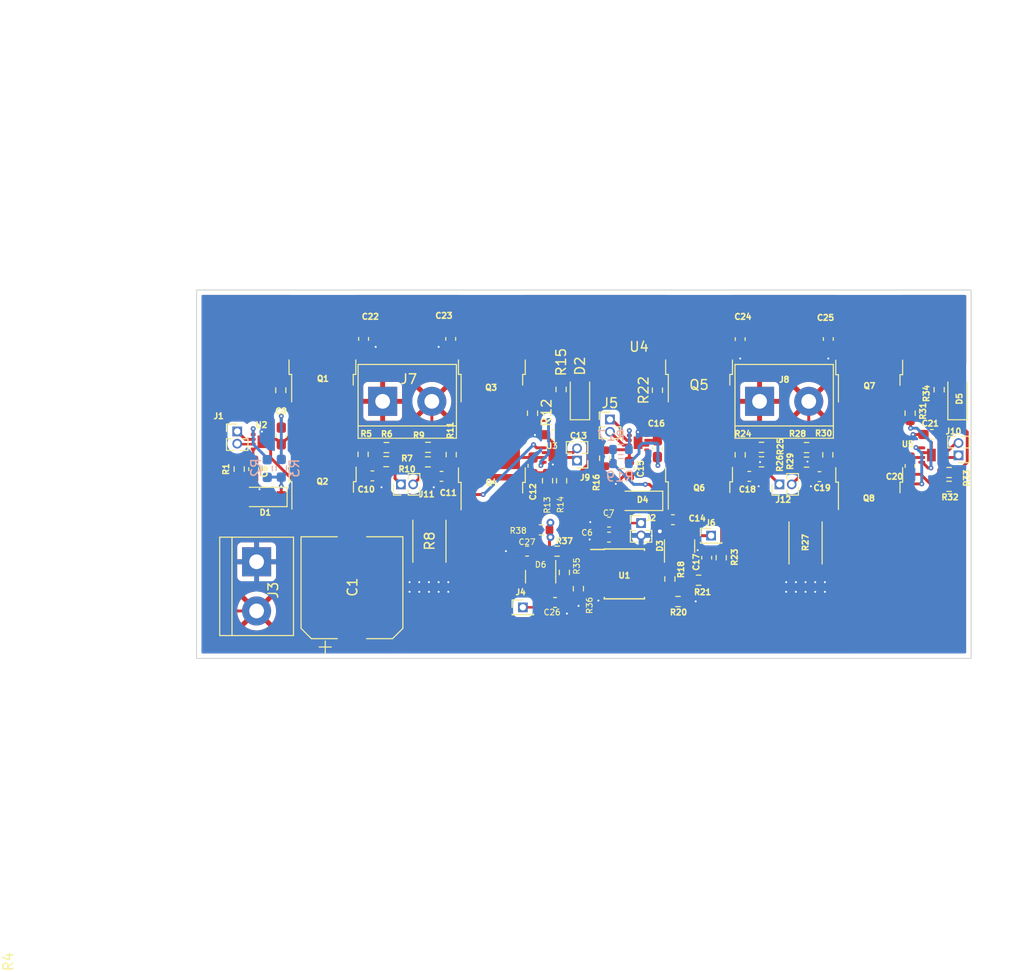
<source format=kicad_pcb>
(kicad_pcb (version 20211014) (generator pcbnew)
  (layers (0 "F.Cu" signal) (31 "B.Cu" signal) (34 "B.Paste" user) (35 "F.Paste" user) (36 "B.SilkS" user "B.Silkscreen") (37 "F.SilkS" user "F.Silkscreen") (38 "B.Mask" user) (39 "F.Mask" user) (44 "Edge.Cuts" user))
  (net 0 "")
  (net 1 "VCC")
  (net 2 "GND")
  (net 3 "+3V3")
  (net 4 "Net-(C8-Pad2)")
  (net 5 "Net-(C9-Pad1)")
  (net 6 "Net-(C10-Pad1)")
  (net 7 "Net-(C11-Pad1)")
  (net 8 "Net-(C12-Pad1)")
  (net 9 "Net-(C13-Pad2)")
  (net 10 "/Current_measurement2")
  (net 11 "Net-(C15-Pad2)")
  (net 12 "Net-(C16-Pad1)")
  (net 13 "/Channel2/TP17")
  (net 14 "Net-(C17-Pad2)")
  (net 15 "Net-(C18-Pad1)")
  (net 16 "Net-(C19-Pad1)")
  (net 17 "Net-(C20-Pad1)")
  (net 18 "/Channel2/TP27")
  (net 19 "Net-(C21-Pad2)")
  (net 20 "Net-(D1-Pad1)")
  (net 21 "Net-(D2-Pad1)")
  (net 22 "Net-(D3-Pad1)")
  (net 24 "Net-(D4-Pad1)")
  (net 25 "Net-(D5-Pad1)")
  (net 26 "/PWM11")
  (net 27 "/EN11")
  (net 28 "/PWM12")
  (net 29 "/EN12")
  (net 30 "/Current_measurement1")
  (net 31 "/BEMF11")
  (net 32 "/BEMF12")
  (net 33 "/PWM21")
  (net 34 "/EN21")
  (net 35 "/PWM22")
  (net 36 "/EN22")
  (net 37 "/BEMF21")
  (net 38 "/BEMF22")
  (net 39 "Net-(Q1-Pad1)")
  (net 40 "Net-(Q2-Pad1)")
  (net 41 "Net-(Q2-Pad3)")
  (net 42 "Net-(Q3-Pad1)")
  (net 43 "Net-(Q4-Pad1)")
  (net 44 "Net-(Q5-Pad1)")
  (net 45 "Net-(Q6-Pad1)")
  (net 46 "Net-(Q6-Pad3)")
  (net 47 "Net-(Q7-Pad1)")
  (net 48 "Net-(Q8-Pad1)")
  (net 49 "Net-(R4-Pad1)")
  (net 50 "Net-(R12-Pad1)")
  (net 51 "/Channel2/TP14")
  (net 52 "Net-(R18-Pad1)")
  (net 53 "Net-(R21-Pad2)")
  (net 54 "Net-(R22-Pad1)")
  (net 55 "Net-(R31-Pad1)")
  (net 56 "/Channel2/TP24")
  (net 57 "Net-(C9-Pad2)")
  (net 58 "Net-(C12-Pad2)")
  (net 59 "Net-(R2-Pad2)")
  (net 60 "Net-(R14-Pad2)")
  (net 61 "Net-(C27-Pad2)")
  (net 62 "Net-(D6-Pad1)")
  (net 64 "Net-(R35-Pad1)")
  (net 65 "Net-(R37-Pad2)")
  (footprint "Resistor_SMD:R_0603_1608Metric" (layer "F.Cu") (at 135.8 98.525 90)
    (fp_text reference "R14")
    (fp_text value "0")
  )
  (footprint "Diode_SMD:D_SOD-123" (layer "F.Cu") (at 105.2 100.2 180)
    (fp_text reference "D1")
    (fp_text value "MMSD4148")
  )
  (footprint "Resistor_SMD:R_0603_1608Metric" (layer "F.Cu") (at 137.5375 109.675 -90)
    (fp_text reference "R36")
    (fp_text value "4k7")
  )
  (footprint "Diode_SMD:D_SOD-123" (layer "F.Cu") (at 144 100.6 180)
    (fp_text reference "D4")
    (fp_text value "MMSD4148")
  )
  (footprint "TerminalBlock:TerminalBlock_bornier-2_P5.08mm" (layer "F.Cu") (at 104.3 106.895 -90)
    (fp_text reference "J3")
    (fp_text value "Screw_Terminal_01x02")
  )
  (footprint "Connector_PinHeader_1.27mm:PinHeader_1x02_P1.27mm_Vertical" (layer "F.Cu") (at 158.3 98.9 90)
    (fp_text reference "J12")
    (fp_text value "Conn_01x02_Male")
  )
  (footprint "Capacitor_SMD:C_0603_1608Metric_Pad1.08x0.95mm_HandSolder" (layer "F.Cu") (at 135.125 111.1 180)
    (fp_text reference "C26")
    (fp_text value "10u")
  )
  (footprint "components:DFN8_NCP3901" (layer "F.Cu") (at 173.9 95.625 180)
    (fp_text reference "U5")
    (fp_text value "NCP5901")
  )
  (footprint "Resistor_SMD:R_0603_1608Metric" (layer "F.Cu") (at 163.3 95.85 -90)
    (fp_text reference "R30")
    (fp_text value "2.2")
  )
  (footprint "components:DFN8_NCP3901" (layer "F.Cu") (at 143.8 94.85)
    (fp_text reference "U4")
    (fp_text value "NCP5901")
  )
  (footprint "Capacitor_SMD:C_0603_1608Metric_Pad1.08x0.95mm_HandSolder" (layer "F.Cu") (at 123.4 98.075 180)
    (fp_text reference "C11")
    (fp_text value "2.7nF")
  )
  (footprint "Resistor_SMD:R_0603_1608Metric" (layer "F.Cu") (at 140.25 96.2 90)
    (fp_text reference "R16")
    (fp_text value "1")
  )
  (footprint "Capacitor_SMD:C_0603_1608Metric" (layer "F.Cu") (at 142.8 97.275 90)
    (fp_text reference "C15")
    (fp_text value "1u")
  )
  (footprint "Resistor_SMD:R_0603_1608Metric" (layer "F.Cu") (at 156.45 95.075 180)
    (fp_text reference "R25")
    (fp_text value "10k")
  )
  (footprint "Resistor_SMD:R_0603_1608Metric" (layer "F.Cu") (at 115.3 95.8 -90)
    (fp_text reference "R5")
    (fp_text value "2.2")
  )
  (footprint "Resistor_SMD:R_0603_1608Metric_Pad0.98x0.95mm_HandSolder" (layer "F.Cu") (at 117.7125 95.1 180)
    (fp_text reference "R6")
    (fp_text value "10k")
  )
  (footprint "Capacitor_SMD:C_0603_1608Metric_Pad1.08x0.95mm_HandSolder" (layer "F.Cu") (at 140.7 102.8 180)
    (fp_text reference "C7")
    (fp_text value "10uF")
  )
  (footprint "Resistor_SMD:R_0603_1608Metric" (layer "F.Cu") (at 161.1 96.6 180)
    (fp_text reference "R29")
    (fp_text value "30k")
  )
  (footprint "components:DFN8_NCP3901" (layer "F.Cu") (at 104.95 94.75)
    (fp_text reference "U2")
    (fp_text value "NCP5901")
  )
  (footprint "Capacitor_SMD:C_0603_1608Metric_Pad1.08x0.95mm_HandSolder" (layer "F.Cu") (at 154.25 83.9 90)
    (fp_text reference "C24")
    (fp_text value "1uF")
  )
  (footprint "Connector_PinHeader_1.27mm:PinHeader_1x02_P1.27mm_Vertical" (layer "F.Cu") (at 144.0125 102.9)
    (fp_text reference "J2")
    (fp_text value "Conn_01x02_Male")
  )
  (footprint "Package_TO_SOT_SMD:TO-252-2" (layer "F.Cu") (at 128.6 85.075 90)
    (fp_text reference "Q3")
    (fp_text value "IRLR8726")
  )
  (footprint "Capacitor_SMD:C_0603_1608Metric_Pad1.08x0.95mm_HandSolder" (layer "F.Cu") (at 116.2625 98.025)
    (fp_text reference "C10")
    (fp_text value "2.7nF")
  )
  (footprint "Capacitor_SMD:C_0603_1608Metric_Pad1.08x0.95mm_HandSolder" (layer "F.Cu") (at 106.85 93.9 -90)
    (fp_text reference "C9")
    (fp_text value "27nF")
  )
  (footprint "Resistor_SMD:R_0603_1608Metric" (layer "F.Cu") (at 161.1 95.1)
    (fp_text reference "R28")
    (fp_text value "10k")
  )
  (footprint "Resistor_SMD:R_0603_1608Metric" (layer "F.Cu") (at 135.75 89.1 -90)
    (fp_text reference "R15")
    (fp_text value "1")
  )
  (footprint "Resistor_SMD:R_2512_6332Metric_Pad1.40x3.35mm_HandSolder" (layer "F.Cu") (at 161 104.95 -90)
    (fp_text reference "R27")
    (fp_text value "2mohm")
  )
  (footprint "Resistor_SMD:R_0603_1608Metric_Pad0.98x0.95mm_HandSolder" (layer "F.Cu") (at 117.6875 96.55)
    (fp_text reference "R7")
    (fp_text value "30k")
  )
  (footprint "Capacitor_SMD:C_0603_1608Metric" (layer "F.Cu") (at 150.7875 106.475 -90)
    (fp_text reference "C17")
    (fp_text value "100n")
  )
  (footprint "Resistor_SMD:R_0603_1608Metric" (layer "F.Cu") (at 136.0875 108 90)
    (fp_text reference "R35")
    (fp_text value "100k")
  )
  (footprint "Capacitor_SMD:C_0603_1608Metric_Pad1.08x0.95mm_HandSolder" (layer "F.Cu") (at 162.4375 98.1 180)
    (fp_text reference "C19")
    (fp_text value "2.7nF")
  )
  (footprint "Diode_SMD:D_SOD-123" (layer "F.Cu") (at 176.7 89.975 90)
    (fp_text reference "D5")
    (fp_text value "MMSD4148")
  )
  (footprint "Package_TO_SOT_SMD:TO-252-2" (layer "F.Cu") (at 150 85.075 90)
    (fp_text reference "Q5")
    (fp_text value "IRLR8726")
  )
  (footprint "Connector_PinHeader_1.27mm:PinHeader_1x02_P1.27mm_Vertical" (layer "F.Cu") (at 137.4 96.45 180)
    (fp_text reference "J9")
    (fp_text value "Conn_01x02_Male")
  )
  (footprint "Connector_PinHeader_1.27mm:PinHeader_1x02_P1.27mm_Vertical" (layer "F.Cu") (at 176.8 95.9 180)
    (fp_text reference "J10")
    (fp_text value "Conn_01x02_Male")
  )
  (footprint "Package_TO_SOT_SMD:TO-252-2" (layer "F.Cu") (at 111.1 85.075 90)
    (fp_text reference "Q1")
    (fp_text value "IRLR8726")
  )
  (footprint "Resistor_SMD:R_0603_1608Metric" (layer "F.Cu") (at 135.3375 105.8)
    (fp_text reference "R37")
    (fp_text value "10k")
  )
  (footprint "Capacitor_SMD:C_0603_1608Metric_Pad1.08x0.95mm_HandSolder" (layer "F.Cu") (at 140.7 104.35 180)
    (fp_text reference "C6")
    (fp_text value "0.1uF")
  )
  (footprint "Capacitor_SMD:C_0603_1608Metric_Pad1.08x0.95mm_HandSolder" (layer "F.Cu") (at 155.1875 98.075)
    (fp_text reference "C18")
    (fp_text value "2.7nF")
  )
  (footprint "Resistor_SMD:R_0603_1608Metric" (layer "F.Cu") (at 149.95 108.8 180)
    (fp_text reference "R21")
    (fp_text value "10k")
  )
  (footprint "Package_TO_SOT_SMD:SOT-23" (layer "F.Cu") (at 147.9875 105.275 90)
    (fp_text reference "D3")
    (fp_text value "BAS21")
  )
  (footprint "Resistor_SMD:R_0603_1608Metric" (layer "F.Cu") (at 145.7 89.175 90)
    (fp_text reference "R22")
    (fp_text value "0")
  )
  (footprint "Resistor_SMD:R_0603_1608Metric" (layer "F.Cu") (at 174.8 89.125 -90)
    (fp_text reference "R34")
    (fp_text value "1")
  )
  (footprint "Diode_SMD:D_SOD-123" (layer "F.Cu") (at 137.7 89.975 90)
    (fp_text reference "D2")
    (fp_text value "MMSD4148")
  )
  (footprint "Capacitor_SMD:C_0603_1608Metric_Pad1.08x0.95mm_HandSolder" (layer "F.Cu") (at 115.35 83.875 90)
    (fp_text reference "C22")
    (fp_text value "1uF")
  )
  (footprint "Package_SO:PowerIntegrations_SO-8" (layer "F.Cu") (at 142.2875 108.15)
    (fp_text reference "U1")
    (fp_text value "LM358")
  )
  (footprint "Capacitor_SMD:C_0603_1608Metric_Pad1.08x0.95mm_HandSolder" (layer "F.Cu") (at 171.8 97 90)
    (fp_text reference "C20")
    (fp_text value "27nF")
  )
  (footprint "Resistor_SMD:R_0603_1608Metric" (layer "F.Cu") (at 152.2875 106.475 -90)
    (fp_text reference "R23")
    (fp_text value "1k")
  )
  (footprint "Connector_PinHeader_1.27mm:PinHeader_1x02_P1.27mm_Vertical" (layer "F.Cu") (at 119.2 98.9 90)
    (fp_text reference "J11")
    (fp_text value "Conn_01x02_Male")
  )
  (footprint "Resistor_SMD:R_0603_1608Metric_Pad0.98x0.95mm_HandSolder" (layer "F.Cu") (at 102.5 97.325 90)
    (fp_text reference "R1")
    (fp_text value "1")
  )
  (footprint "Resistor_SMD:R_0603_1608Metric" (layer "F.Cu") (at 171.8 91.55 90)
    (fp_text reference "R31")
    (fp_text value "0")
  )
  (footprint "Connector_PinHeader_1.27mm:PinHeader_1x02_P1.27mm_Vertical" (layer "F.Cu") (at 140.8 92.2)
    (fp_text reference "J5")
    (fp_text value "Conn_01x02_Male")
  )
  (footprint "Connector_PinHeader_1.27mm:PinHeader_1x01_P1.27mm_Vertical" (layer "F.Cu") (at 131.8 111.6)
    (fp_text reference "J4")
    (fp_text value "Conn_01x01_Male")
  )
  (footprint "Package_TO_SOT_SMD:TO-252-2" (layer "F.Cu") (at 150 96.175 90)
    (fp_text reference "Q6")
    (fp_text value "IRLR8726")
  )
  (footprint "Resistor_SMD:R_0603_1608Metric" (layer "F.Cu") (at 175.825 97.675 180)
    (fp_text reference "R33")
    (fp_text value "0")
  )
  (footprint "Capacitor_SMD:C_0603_1608Metric_Pad1.08x0.95mm_HandSolder" (layer "F.Cu") (at 134.95 93.775)
    (fp_text reference "C13")
    (fp_text value "1u")
  )
  (footprint "Resistor_SMD:R_0603_1608Metric" (layer "F.Cu") (at 147.825 111)
    (fp_text reference "R20")
    (fp_text value "4k7")
  )
  (footprint "Package_TO_SOT_SMD:TO-252-2" (layer "F.Cu") (at 128.6 96.225 90)
    (fp_text reference "Q4")
    (fp_text value "IRLR8726")
  )
  (footprint "Capacitor_SMD:C_0603_1608Metric_Pad1.08x0.95mm_HandSolder" (layer "F.Cu") (at 132.85 96.9875 90)
    (fp_text reference "C12")
    (fp_text value "27nF")
  )
  (footprint "Capacitor_SMD:C_0603_1608Metric_Pad1.08x0.95mm_HandSolder" (layer "F.Cu") (at 132.2375 105.8)
    (fp_text reference "C27")
    (fp_text value "100n")
  )
  (footprint "Connector_PinHeader_1.27mm:PinHeader_1x01_P1.27mm_Vertical" (layer "F.Cu") (at 151.25 104.2)
    (fp_text reference "J6")
    (fp_text value "Conn_01x01_Male")
  )
  (footprint "Connector_PinHeader_1.27mm:PinHeader_1x02_P1.27mm_Vertical" (layer "F.Cu") (at 102.3 93.43)
    (fp_text reference "J1")
    (fp_text value "Conn_01x02_Male")
  )
  (footprint "Resistor_SMD:R_0603_1608Metric" (layer "F.Cu") (at 132.8 91.55 90)
    (fp_text reference "R12")
    (fp_text value "0")
  )
  (footprint "Resistor_SMD:R_0603_1608Metric_Pad0.98x0.95mm_HandSolder" (layer "F.Cu") (at 106.8 89.175 90)
    (fp_text reference "R4")
    (fp_text value "0")
  )
  (footprint "Resistor_SMD:R_0603_1608Metric" (layer "F.Cu") (at 134.35 98.525 90)
    (fp_text reference "R13")
    (fp_text value "0")
  )
  (footprint "components:DFN8_NCP3901" (layer "F.Cu") (at 134.8 95.625 180)
    (fp_text reference "U3")
    (fp_text value "NCP5901")
  )
  (footprint "TerminalBlock:TerminalBlock_bornier-2_P5.08mm" (layer "F.Cu") (at 156.25 90.325)
    (fp_text reference "J8")
    (fp_text value "Motor")
  )
  (footprint "Resistor_SMD:R_0603_1608Metric" (layer "F.Cu") (at 133.725 103.6)
    (fp_text reference "R38")
    (fp_text value "1k")
  )
  (footprint "TerminalBlock:TerminalBlock_bornier-2_P5.08mm" (layer "F.Cu") (at 117.32 90.325)
    (fp_text reference "J7")
    (fp_text value "Motor")
  )
  (footprint "Resistor_SMD:R_0603_1608Metric" (layer "F.Cu") (at 146.9875 108.675 90)
    (fp_text reference "R18")
    (fp_text value "100k")
  )
  (footprint "Capacitor_SMD:C_0603_1608Metric_Pad1.08x0.95mm_HandSolder" (layer "F.Cu") (at 145.7 95.2125 90)
    (fp_text reference "C16")
    (fp_text value "27nF")
  )
  (footprint "Package_TO_SOT_SMD:TO-252-2" (layer "F.Cu") (at 167.575 96.2 90)
    (fp_text reference "Q8")
    (fp_text value "IRLR8726")
  )
  (footprint "Resistor_SMD:R_0603_1608Metric" (layer "F.Cu") (at 154.25 95.85 -90)
    (fp_text reference "R24")
    (fp_text value "2.2")
  )
  (footprint "Package_TO_SOT_SMD:TO-252-2" (layer "F.Cu") (at 167.575 85.1 90)
    (fp_text reference "Q7")
    (fp_text value "IRLR8726")
  )
  (footprint "Resistor_SMD:R_2512_6332Metric" (layer "F.Cu") (at 122.15 104.775 -90)
    (fp_text reference "R8")
    (fp_text value "2mohm")
  )
  (footprint "Resistor_SMD:R_0603_1608Metric" (layer "F.Cu") (at 175.825 99.105 180)
    (fp_text reference "R32")
    (fp_text value "0")
  )
  (footprint "Capacitor_SMD:C_0603_1608Metric_Pad1.08x0.95mm_HandSolder" (layer "F.Cu") (at 104 97.325 90)
    (fp_text reference "C8")
    (fp_text value "1u")
  )
  (footprint "Package_TO_SOT_SMD:TO-252-2" (layer "F.Cu") (at 111.125 96.15 90)
    (fp_text reference "Q2")
    (fp_text value "IRLR8726")
  )
  (footprint "Package_TO_SOT_SMD:SOT-23" (layer "F.Cu") (at 133.6375 108.4375 -90)
    (fp_text reference "D6")
    (fp_text value "BAS21")
  )
  (footprint "Capacitor_SMD:C_0603_1608Metric_Pad1.08x0.95mm_HandSolder" (layer "F.Cu") (at 147.3 102.55)
    (fp_text reference "C14")
    (fp_text value "10u")
  )
  (footprint "Capacitor_SMD:C_0603_1608Metric_Pad1.08x0.95mm_HandSolder" (layer "F.Cu") (at 163.35 83.8875 90)
    (fp_text reference "C25")
    (fp_text value "1uF")
  )
  (footprint "Resistor_SMD:R_0603_1608Metric_Pad0.98x0.95mm_HandSolder" (layer "F.Cu") (at 122 95.075)
    (fp_text reference "R9")
    (fp_text value "10k")
  )
  (footprint "Capacitor_SMD:C_0603_1608Metric_Pad1.08x0.95mm_HandSolder" (layer "F.Cu") (at 174.0375 93.75)
    (fp_text reference "C21")
    (fp_text value "1u")
  )
  (footprint "Capacitor_SMD:C_0603_1608Metric_Pad1.08x0.95mm_HandSolder" (layer "F.Cu") (at 124.35 83.875 90)
    (fp_text reference "C23")
    (fp_text value "1uF")
  )
  (footprint "Resistor_SMD:R_0603_1608Metric" (layer "F.Cu") (at 124.4 95.825 -90)
    (fp_text reference "R11")
    (fp_text value "2.2")
  )
  (footprint "Resistor_SMD:R_0603_1608Metric_Pad0.98x0.95mm_HandSolder" (layer "F.Cu") (at 121.9875 96.575 180)
    (fp_text reference "R10")
    (fp_text value "30k")
  )
  (footprint "Capacitor_SMD:CP_Elec_10x10" (layer "F.Cu") (at 114.15 109.575 90)
    (fp_text reference "C1")
    (fp_text value "470uF")
  )
  (footprint "Resistor_SMD:R_0603_1608Metric" (layer "F.Cu") (at 156.45 96.575)
    (fp_text reference "R26")
    (fp_text value "30k")
  )
  (footprint "Resistor_SMD:R_0603_1608Metric_Pad0.98x0.95mm_HandSolder" (layer "B.Cu") (at 105.4 97.2625 90)
    (fp_text reference "R2")
    (fp_text value "0")
  )
  (footprint "Resistor_SMD:R_0603_1608Metric" (layer "B.Cu") (at 141.925 95.3)
    (fp_text reference "R17")
    (fp_text value "0")
  )
  (footprint "Resistor_SMD:R_0603_1608Metric" (layer "B.Cu") (at 141.925 96.75)
    (fp_text reference "R19")
    (fp_text value "0")
  )
  (footprint "Resistor_SMD:R_0603_1608Metric_Pad0.98x0.95mm_HandSolder" (layer "B.Cu") (at 106.85 97.2375 90)
    (fp_text reference "R3")
    (fp_text value "0")
  )
  (gr_rect (start 98.1 78.825) (end 178.1 116.875) (layer "Edge.Cuts") (width 0.1) (fill none))
  (segment (start 137.7 88.325) (end 135.8 88.325) (width 0.3) (layer "F.Cu") (net 1))
  (segment (start 102.5 98.2375) (end 99.4375 98.2375) (width 0.25) (layer "F.Cu") (net 1))
  (segment (start 154.1875 82.975) (end 154.25 83.0375) (width 0.3) (layer "F.Cu") (net 1))
  (segment (start 111.1 82.975) (end 100.925 82.975) (width 0.3) (layer "F.Cu") (net 1))
  (segment (start 137.7 88.325) (end 139.25 89.875) (width 0.3) (layer "F.Cu") (net 1))
  (segment (start 124.35 83.0125) (end 124.3125 82.975) (width 0.3) (layer "F.Cu") (net 1))
  (segment (start 174.825 88.325) (end 174.8 88.3) (width 0.3) (layer "F.Cu") (net 1))
  (segment (start 99.3 84.6) (end 99.3 95.9) (width 0.3) (layer "F.Cu") (net 1))
  (segment (start 124.3875 82.975) (end 124.35 83.0125) (width 0.3) (layer "F.Cu") (net 1))
  (segment (start 130.45 82.975) (end 128.6 82.975) (width 0.3) (layer "F.Cu") (net 1))
  (segment (start 128.6 82.975) (end 124.3875 82.975) (width 0.3) (layer "F.Cu") (net 1))
  (segment (start 154.25 83.0375) (end 163.3375 83.0375) (width 0.3) (layer "F.Cu") (net 1))
  (segment (start 142.35 100.6) (end 141 100.6) (width 0.3) (layer "F.Cu") (net 1))
  (segment (start 150 82.975) (end 154.1875 82.975) (width 0.3) (layer "F.Cu") (net 1))
  (segment (start 163.3375 83.0375) (end 163.35 83.025) (width 0.3) (layer "F.Cu") (net 1))
  (segment (start 99.3 98.6) (end 99.3 110.2) (width 0.3) (layer "F.Cu") (net 1))
  (segment (start 167.575 83) (end 163.375 83) (width 0.3) (layer "F.Cu") (net 1))
  (segment (start 99.3 95.9) (end 99.3 98.1) (width 0.3) (layer "F.Cu") (net 1))
  (segment (start 105.9 113.575) (end 104.3 111.975) (width 0.3) (layer "F.Cu") (net 1))
  (segment (start 139.25 89.875) (end 139.25 96.6) (width 0.3) (layer "F.Cu") (net 1))
  (segment (start 100.925 82.975) (end 99.3 84.6) (width 0.3) (layer "F.Cu") (net 1))
  (segment (start 101.075 111.975) (end 104.3 111.975) (width 0.3) (layer "F.Cu") (net 1))
  (segment (start 163.375 83) (end 163.35 83.025) (width 0.3) (layer "F.Cu") (net 1))
  (segment (start 172.875 88.3) (end 167.575 83) (width 0.3) (layer "F.Cu") (net 1))
  (segment (start 141 100.6) (end 140.05 99.65) (width 0.3) (layer "F.Cu") (net 1))
  (segment (start 140.25 96.975) (end 139.625 96.975) (width 0.3) (layer "F.Cu") (net 1))
  (segment (start 99.4375 98.2375) (end 99.3 98.1) (width 0.25) (layer "F.Cu") (net 1))
  (segment (start 100.775 100.075) (end 103.55 100.075) (width 0.3) (layer "F.Cu") (net 1))
  (segment (start 99.3 98.6) (end 100.775 100.075) (width 0.3) (layer "F.Cu") (net 1))
  (segment (start 135.75 88.275) (end 130.45 82.975) (width 0.3) (layer "F.Cu") (net 1))
  (segment (start 150 82.975) (end 128.6 82.975) (width 0.3) (layer "F.Cu") (net 1))
  (segment (start 140.05 97.175) (end 140.25 96.975) (width 0.3) (layer "F.Cu") (net 1))
  (segment (start 99.3 110.2) (end 101.075 111.975) (width 0.3) (layer "F.Cu") (net 1))
  (segment (start 140.05 99.65) (end 140.05 97.175) (width 0.3) (layer "F.Cu") (net 1))
  (segment (start 135.8 88.325) (end 135.75 88.275) (width 0.3) (layer "F.Cu") (net 1))
  (segment (start 139.625 96.975) (end 139.25 96.6) (width 0.3) (layer "F.Cu") (net 1))
  (segment (start 176.7 88.325) (end 174.825 88.325) (width 0.3) (layer "F.Cu") (net 1))
  (segment (start 99.3 98.1) (end 99.3 98.6) (width 0.3) (layer "F.Cu") (net 1))
  (segment (start 114.15 113.575) (end 105.9 113.575) (width 0.3) (layer "F.Cu") (net 1))
  (segment (start 174.8 88.3) (end 172.875 88.3) (width 0.3) (layer "F.Cu") (net 1))
  (segment (start 124.3125 82.975) (end 111.1 82.975) (width 0.3) (layer "F.Cu") (net 1))
  (segment (start 148.65 111) (end 149.6375 111) (width 0.3) (layer "F.Cu") (net 2))
  (segment (start 149.6375 111) (end 149.65 110.9875) (width 0.3) (layer "F.Cu") (net 2))
  (segment (start 122.15 107.7375) (end 116.3125 107.7375) (width 0.3) (layer "F.Cu") (net 2))
  (segment (start 154.25 84.7625) (end 154.25 85.9) (width 0.3) (layer "F.Cu") (net 2))
  (segment (start 123.1375 84.7375) (end 123.1 84.7) (width 0.3) (layer "F.Cu") (net 2))
  (segment (start 143.95 94.85) (end 143.7 94.6) (width 0.3) (layer "F.Cu") (net 2))
  (segment (start 163.35 84.75) (end 163.35 85.9) (width 0.3) (layer "F.Cu") (net 2))
  (segment (start 161.575 99.075) (end 161.55 99.1) (width 0.3) (layer "F.Cu") (net 2))
  (segment (start 134.65 95.625) (end 134.9 95.875) (width 0.3) (layer "F.Cu") (net 2))
  (segment (start 137.5375 111.4375) (end 137.55 111.45) (width 0.3) (layer "F.Cu") (net 2))
  (segment (start 104 98.8) (end 104.6 99.4) (width 0.25) (layer "F.Cu") (net 2))
  (segment (start 161.925 96.6) (end 161.25 96.6) (width 0.3) (layer "F.Cu") (net 2))
  (segment (start 174 94.575) (end 173.175 93.75) (width 0.3) (layer "F.Cu") (net 2))
  (segment (start 131.375 105.8) (end 130.05 105.8) (width 0.3) (layer "F.Cu") (net 2))
  (segment (start 173.175 93.75) (end 172.1 93.75) (width 0.3) (layer "F.Cu") (net 2))
  (segment (start 144.6 94.85) (end 143.95 94.85) (width 0.3) (layer "F.Cu") (net 2))
  (segment (start 104.85 94.5) (end 104.85 93.45) (width 0.3) (layer "F.Cu") (net 2))
  (segment (start 122.5375 99.1375) (end 122.6 99.2) (width 0.3) (layer "F.Cu") (net 2))
  (segment (start 156.05 97) (end 155.625 96.575) (width 0.3) (layer "F.Cu") (net 2))
  (segment (start 145.07 104.17) (end 145.1 104.2) (width 0.25) (layer "F.Cu") (net 2))
  (segment (start 161.25 96.6) (end 161.2 96.55) (width 0.3) (layer "F.Cu") (net 2))
  (segment (start 134.9 95.875) (end 134.9 94.5875) (width 0.3) (layer "F.Cu") (net 2))
  (segment (start 156.275 96.575) (end 156.3 96.6) (width 0.3) (layer "F.Cu") (net 2))
  (segment (start 143.7 94.6) (end 143.7 93.5) (width 0.3) (layer "F.Cu") (net 2))
  (segment (start 139.5625 110.055) (end 139.5625 110.8625) (width 0.3) (layer "F.Cu") (net 2))
  (segment (start 115.35 84.7375) (end 116.5625 84.7375) (width 0.3) (layer "F.Cu") (net 2))
  (segment (start 134.0875 93.775) (end 133.075 93.775) (width 0.3) (layer "F.Cu") (net 2))
  (segment (start 137.9825 110.055) (end 137.5375 110.5) (width 0.3) (layer "F.Cu") (net 2))
  (segment (start 112.83 106.895) (end 104.3 106.895) (width 0.3) (layer "F.Cu") (net 2))
  (segment (start 138.9472 104.35) (end 139.9375 104.35) (width 0.25) (layer "F.Cu") (net 2))
  (segment (start 105.75 94.75) (end 105.1 94.75) (width 0.3) (layer "F.Cu") (net 2))
  (segment (start 146.4 102.55) (end 146.4 103.3) (width 0.25) (layer "F.Cu") (net 2))
  (segment (start 117.125 98.025) (end 117.125 99.125) (width 0.3) (layer "F.Cu") (net 2))
  (segment (start 137.5375 110.5) (end 136.5875 110.5) (width 0.3) (layer "F.Cu") (net 2))
  (segment (start 156.05 99) (end 156.15 99.1) (width 0.3) (layer "F.Cu") (net 2))
  (segment (start 142.8 98.05) (end 142.2 98.05) (width 0.3) (layer "F.Cu") (net 2))
  (segment (start 156.05 98.075) (end 156.05 97) (width 0.3) (layer "F.Cu") (net 2))
  (segment (start 154.2625 84.75) (end 154.25 84.7625) (width 0.3) (layer "F.Cu") (net 2))
  (segment (start 135.9875 111.8875) (end 136.35 112.25) (width 0.3) (layer "F.Cu") (net 2))
  (segment (start 116.5625 84.7375) (end 116.6 84.7) (width 0.3) (layer "F.Cu") (net 2))
  (segment (start 150.7875 105.7) (end 149.85 105.7) (width 0.3) (layer "F.Cu") (net 2))
  (segment (start 114.15 105.575) (end 112.83 106.895) (width 0.3) (layer "F.Cu") (net 2))
  (segment (start 173.1 95.625) (end 173.75 95.625) (width 0.3) (layer "F.Cu") (net 2))
  (segment (start 116.775 97.675) (end 117.125 98.025) (width 0.3) (layer "F.Cu") (net 2))
  (segment (start 122.9 97.7125) (end 122.5375 98.075) (width 0.3) (layer "F.Cu") (net 2))
  (segment (start 163.35 84.75) (end 154.2625 84.75) (width 0.3) (layer "F.Cu") (net 2))
  (segment (start 146.4 103.3) (end 145.95 103.75) (width 0.25) (layer "F.Cu") (net 2))
  (segment (start 133.075 93.775) (end 133.05 93.8) (width 0.3) (layer "F.Cu") (net 2))
  (segment (start 174 95.875) (end 174 94.575) (width 0.3) (layer "F.Cu") (net 2))
  (segment (start 161.575 98.1) (end 161.575 99.075) (width 0.3) (layer "F.Cu") (net 2))
  (segment (start 122.9 96.575) (end 122.9 97.7125) (width 0.3) (layer "F.Cu") (net 2))
  (segment (start 134 95.625) (end 134.65 95.625) (width 0.3) (layer "F.Cu") (net 2))
  (segment (start 161 109) (end 160 109) (width 0.25) (layer "F.Cu") (net 2))
  (segment (start 139.5625 110.055) (end 137.9825 110.055) (width 0.3) (layer "F.Cu") (net 2))
  (segment (start 117.125 99.125) (end 117.2 99.2) (width 0.3) (layer "F.Cu") (net 2))
  (segment (start 105.1 94.75) (end 104.85 94.5) (width 0.3) (layer "F.Cu") (net 2))
  (segment (start 135.9875 111.1) (end 135.9875 111.8875) (width 0.3) (layer "F.Cu") (net 2))
  (segment (start 134.9 94.5875) (end 134.0875 93.775) (width 0.3) (layer "F.Cu") (net 2))
  (segment (start 161.575 98.1) (end 161.575 96.95) (width 0.3) (layer "F.Cu") (net 2))
  (segment (start 139.5625 110.8625) (end 139.6 110.9) (width 0.3) (layer "F.Cu") (net 2))
  (segment (start 144.0125 104.17) (end 145.07 104.17) (width 0.25) (layer "F.Cu") (net 2))
  (segment (start 139.9375 102.8) (end 138.7625 102.8) (width 0.25) (layer "F.Cu") (net 2))
  (segment (start 155.625 96.575) (end 156.275 96.575) (width 0.3) (layer "F.Cu") (net 2))
  (segment (start 173.75 95.625) (end 174 95.875) (width 0.3) (layer "F.Cu") (net 2))
  (segment (start 136.5875 110.5) (end 135.9875 111.1) (width 0.3) (layer "F.Cu") (net 2))
  (segment (start 122.5375 98.075) (end 122.5375 99.1375) (width 0.3) (layer "F.Cu") (net 2))
  (segment (start 104 98.1875) (end 104 98.8) (width 0.25) (layer "F.Cu") (net 2))
  (segment (start 137.5375 110.5) (end 137.5375 111.4375) (width 0.3) (layer "F.Cu") (net 2))
  (segment (start 116.775 96.55) (end 116.775 97.675) (width 0.3) (layer "F.Cu") (net 2))
  (segment (start 142.2 98.05) (end 141.4 98.85) (width 0.3) (layer "F.Cu") (net 2))
  (segment (start 139.9875 102.8) (end 138.7625 102.8) (width 0.25) (layer "F.Cu") (net 2))
  (segment (start 138.7 104.5972) (end 138.9472 104.35) (width 0.25) (layer "F.Cu") (net 2))
  (segment (start 161 108) (end 161 109) (width 0.25) (layer "F.Cu") (net 2))
  (segment (start 134.9 95.875) (end 134.9 96.85) (width 0.3) (layer "F.Cu") (net 2))
  (segment (start 156.05 98.075) (end 156.05 99) (width 0.3) (layer "F.Cu") (net 2))
  (segment (start 116.3125 107.7375) (end 114.15 105.575) (width 0.3) (layer "F.Cu") (net 2))
  (segment (start 124.35 84.7375) (end 123.1375 84.7375) (width 0.3) (layer "F.Cu") (net 2))
  (segment (start 161.575 96.95) (end 161.925 96.6) (width 0.3) (layer "F.Cu") (net 2))
  (via (at 139.6 110.9) (size 0.508) (drill 0.2032) (layers "F.Cu" "B.Cu") (net 2))
  (via (at 138.7 104.5972) (size 0.508) (drill 0.2032) (layers "F.Cu" "B.Cu") (net 2))
  (via (at 162 110) (size 0.508) (drill 0.2032) (layers "F.Cu" "B.Cu") (net 2))
  (via (at 161.55 99.1) (size 0.508) (drill 0.2032) (layers "F.Cu" "B.Cu") (net 2))
  (via (at 145.95 103.75) (size 0.8) (drill 0.4) (layers "F.Cu" "B.Cu") (net 2))
  (via (at 145.1 104.2) (size 0.508) (drill 0.2032) (layers "F.Cu" "B.Cu") (net 2))
  (via (at 143.7 93.5) (size 0.508) (drill 0.2032) (layers "F.Cu" "B.Cu") (net 2))
  (via (at 138.7625 102.8) (size 0.508) (drill 0.2032) (layers "F.Cu" "B.Cu") (net 2))
  (via (at 149.65 110.9875) (size 0.508) (drill 0.2032) (layers "F.Cu" "B.Cu") (net 2))
  (via (at 116.6 84.7) (size 0.508) (drill 0.2032) (layers "F.Cu" "B.Cu") (net 2))
  (via (at 161.2 96.55) (size 0.508) (drill 0.2032) (layers "F.Cu" "B.Cu") (net 2))
  (via (at 104.85 93.45) (size 0.508) (drill 0.2032) (layers "F.Cu" "B.Cu") (net 2))
  (via (at 123.1 109) (size 0.508) (drill 0.2032) (layers "F.Cu" "B.Cu") (net 2))
  (via (at 172.1 93.75) (size 0.508) (drill 0.2032) (layers "F.Cu" "B.Cu") (net 2))
  (via (at 162 109) (size 0.508) (drill 0.2032) (layers "F.Cu" "B.Cu") (net 2))
  (via (at 123.1 84.7) (size 0.508) (drill 0.2032) (layers "F.Cu" "B.Cu") (net 2))
  (via (at 120.1 109) (size 0.508) (drill 0.2032) (layers "F.Cu" "B.Cu") (net 2))
  (via (at 121.1 110) (size 0.508) (drill 0.2032) (layers "F.Cu" "B.Cu") (net 2))
  (via (at 158.996218 109.995908) (size 0.508) (drill 0.2032) (layers "F.Cu" "B.Cu") (net 2))
  (via (at 161 110) (size 0.508) (drill 0.2032) (layers "F.Cu" "B.Cu") (net 2))
  (via (at 122.1 109) (size 0.508) (drill 0.2032) (layers "F.Cu" "B.Cu") (net 2))
  (via (at 121.1 109) (size 0.508) (drill 0.2032) (layers "F.Cu" "B.Cu") (net 2))
  (via (at 154.25 85.9) (size 0.508) (drill 0.2032) (layers "F.Cu" "B.Cu") (net 2))
  (via (at 117.2 99.2) (size 0.508) (drill 0.2032) (layers "F.Cu" "B.Cu") (net 2))
  (via (at 156.15 99.1) (size 0.508) (drill 0.2032) (layers "F.Cu" "B.Cu") (net 2))
  (via (at 130.05 105.8) (size 0.508) (drill 0.2032) (layers "F.Cu" "B.Cu") (net 2))
  (via (at 156.3 96.6) (size 0.508) (drill 0.2032) (layers "F.Cu" "B.Cu") (net 2))
  (via (at 160 109) (size 0.508) (drill 0.2032) (layers "F.Cu" "B.Cu") (net 2))
  (via (at 120.096218 109.995908) (size 0.508) (drill 0.2032) (layers "F.Cu" "B.Cu") (net 2))
  (via (at 122.6 99.2) (size 0.508) (drill 0.2032) (layers "F.Cu" "B.Cu") (net 2))
  (via (at 163 109) (size 0.508) (drill 0.2032) (layers "F.Cu" "B.Cu") (net 2))
  (via (at 141.4 98.85) (size 0.508) (drill 0.2032) (layers "F.Cu" "B.Cu") (net 2))
  (via (at 133.05 93.8) (size 0.508) (drill 0.2032) (layers "F.Cu" "B.Cu") (net 2))
  (via (at 134.9 96.85) (size 0.508) (drill 0.2032) (layers "F.Cu" "B.Cu") (net 2))
  (via (at 161 109) (size 0.508) (drill 0.2032) (layers "F.Cu" "B.Cu") (net 2))
  (via (at 160 110) (size 0.508) (drill 0.2032) (layers "F.Cu" "B.Cu") (net 2))
  (via (at 137.55 111.45) (size 0.508) (drill 0.2032) (layers "F.Cu" "B.Cu") (net 2))
  (via (at 104.6 99.4) (size 0.508) (drill 0.2032) (layers "F.Cu" "B.Cu") (net 2))
  (via (at 163.35 85.9) (size 0.508) (drill 0.2032) (layers "F.Cu" "B.Cu") (net 2))
  (via (at 122.1 110) (size 0.508) (drill 0.2032) (layers "F.Cu" "B.Cu") (net 2))
  (via (at 163 110) (size 0.508) (drill 0.2032) (layers "F.Cu" "B.Cu") (net 2))
  (via (at 136.35 112.25) (size 0.508) (drill 0.2032) (layers "F.Cu" "B.Cu") (net 2))
  (via (at 159 109) (size 0.508) (drill 0.2032) (layers "F.Cu" "B.Cu") (net 2))
  (via (at 123.1 110) (size 0.508) (drill 0.2032) (layers "F.Cu" "B.Cu") (net 2))
  (via (at 124.1 110) (size 0.508) (drill 0.2032) (layers "F.Cu" "B.Cu") (net 2))
  (via (at 124.1 109) (size 0.508) (drill 0.2032) (layers "F.Cu" "B.Cu") (net 2))
  (via (at 149.85 105.7) (size 0.508) (drill 0.2032) (layers "F.Cu" "B.Cu") (net 2))
  (segment (start 144.0125 102.9) (end 141.7625 102.9) (width 0.25) (layer "F.Cu") (net 3))
  (segment (start 144.9675 106.2) (end 145.0125 106.245) (width 0.3) (layer "F.Cu") (net 3))
  (segment (start 144.3125 106.245) (end 145.0125 106.245) (width 0.3) (layer "F.Cu") (net 3))
  (segment (start 141.7625 102.9) (end 141.6625 102.8) (width 0.25) (layer "F.Cu") (net 3))
  (segment (start 145.0125 106.245) (end 143.5575 106.245) (width 0.3) (layer "F.Cu") (net 3))
  (segment (start 141.7125 102.8) (end 141.7125 104.3) (width 0.25) (layer "F.Cu") (net 3))
  (segment (start 143.5575 106.245) (end 141.6625 104.35) (width 0.3) (layer "F.Cu") (net 3))
  (segment (start 103.95 96.4125) (end 104 96.4625) (width 0.25) (layer "F.Cu") (net 4))
  (segment (start 103.95 95.25) (end 103.95 96.4125) (width 0.25) (layer "F.Cu") (net 4))
  (segment (start 102.55 96.4625) (end 102.5 96.4125) (width 0.25) (layer "F.Cu") (net 4))
  (segment (start 104 96.4625) (end 102.55 96.4625) (width 0.25) (layer "F.Cu") (net 4))
  (segment (start 106.85 91.85) (end 106.85 93.0375) (width 0.3) (layer "F.Cu") (net 5))
  (segment (start 106.85 93.36894) (end 106.85 93.05) (width 0.3) (layer "F.Cu") (net 5))
  (via (at 106.85 91.85) (size 0.508) (drill 0.2032) (layers "F.Cu" "B.Cu") (net 5))
  (segment (start 106.85 96.325) (end 106.85 91.85) (width 0.3) (layer "B.Cu") (net 5))
  (segment (start 115.3 96.625) (end 115.3 97.925) (width 0.3) (layer "F.Cu") (net 6))
  (segment (start 115.3 97.925) (end 115.4 98.025) (width 0.3) (layer "F.Cu") (net 6))
  (segment (start 124.4 96.65) (end 124.4 97.9375) (width 0.3) (layer "F.Cu") (net 7))
  (segment (start 124.4 97.9375) (end 124.2625 98.075) (width 0.3) (layer "F.Cu") (net 7))
  (segment (start 134.35 97.7) (end 133 97.7) (width 0.3) (layer "F.Cu") (net 8))
  (segment (start 133 97.7) (end 132.85 97.85) (width 0.3) (layer "F.Cu") (net 8))
  (segment (start 135.8125 93.775) (end 135.8125 89.9875) (width 0.3) (layer "F.Cu") (net 9))
  (segment (start 135.8125 89.9875) (end 135.75 89.925) (width 0.3) (layer "F.Cu") (net 9))
  (segment (start 135.8125 93.775) (end 135.8125 95.1125) (width 0.3) (layer "F.Cu") (net 9))
  (segment (start 135.8125 95.1125) (end 135.8 95.125) (width 0.3) (layer "F.Cu") (net 9))
  (segment (start 148.125 104.2) (end 147.9875 104.3375) (width 0.3) (layer "F.Cu") (net 10))
  (segment (start 147.9875 104.3375) (end 147.9875 102.6875) (width 0.3) (layer "F.Cu") (net 10))
  (segment (start 151.25 104.2) (end 148.125 104.2) (width 0.3) (layer "F.Cu") (net 10))
  (segment (start 147.9875 102.6875) (end 148.125 102.55) (width 0.3) (layer "F.Cu") (net 10))
  (segment (start 140.25 95.325) (end 142.775 95.325) (width 0.3) (layer "F.Cu") (net 11))
  (segment (start 142.775 95.325) (end 142.8 95.35) (width 0.3) (layer "F.Cu") (net 11))
  (segment (start 142.8 96.5) (end 142.8 95.35) (width 0.3) (layer "F.Cu") (net 11))
  (segment (start 145.7 96.9) (end 145.75 96.95) (width 0.3) (layer "F.Cu") (net 12))
  (segment (start 145.7 96.075) (end 145.7 96.9) (width 0.3) (layer "F.Cu") (net 12))
  (via (at 145.75 96.95) (size 0.508) (drill 0.2032) (layers "F.Cu" "B.Cu") (net 12))
  (segment (start 143.8 95.7) (end 143.8 95) (width 0.3) (layer "B.Cu") (net 12))
  (segment (start 145.75 96.95) (end 145.75 96.3) (width 0.3) (layer "B.Cu") (net 12))
  (segment (start 142.75 96.75) (end 143.8 95.7) (width 0.3) (layer "B.Cu") (net 12))
  (segment (start 143.8 95) (end 144.15 94.65) (width 0.3) (layer "B.Cu") (net 12))
  (segment (start 145.75 94.75) (end 145.75 96.95) (width 0.3) (layer "B.Cu") (net 12))
  (segment (start 144.15 94.65) (end 145.65 94.65) (width 0.3) (layer "B.Cu") (net 12))
  (segment (start 145.75 96.3) (end 145.7 96.25) (width 0.3) (layer "B.Cu") (net 12))
  (segment (start 145.65 94.65) (end 145.75 94.75) (width 0.3) (layer "B.Cu") (net 12))
  (segment (start 145.975 94.075) (end 145.7 94.35) (width 0.3) (layer "F.Cu") (net 13))
  (segment (start 154.25 95.025) (end 153.3 94.075) (width 0.3) (layer "F.Cu") (net 13))
  (segment (start 154.3 95.075) (end 154.25 95.025) (width 0.3) (layer "F.Cu") (net 13))
  (segment (start 150 94.075) (end 145.975 94.075) (width 0.3) (layer "F.Cu") (net 13))
  (segment (start 155.625 95.075) (end 154.3 95.075) (width 0.3) (layer "F.Cu") (net 13))
  (segment (start 144.6 94.35) (end 145.7 94.35) (width 0.3) (layer "F.Cu") (net 13))
  (segment (start 153.3 94.075) (end 150 94.075) (width 0.3) (layer "F.Cu") (net 13))
  (segment (start 152.28 89.275) (end 152.28 91.795) (width 0.3) (layer "F.Cu") (net 13))
  (segment (start 153.33 90.325) (end 152.28 89.275) (width 0.3) (layer "F.Cu") (net 13))
  (segment (start 156.25 90.325) (end 153.33 90.325) (width 0.3) (layer "F.Cu") (net 13))
  (segment (start 152.28 91.795) (end 150 94.075) (width 0.3) (layer "F.Cu") (net 13))
  (segment (start 150.7875 108.7875) (end 150.775 108.8) (width 0.3) (layer "F.Cu") (net 14))
  (segment (start 152.2875 107.3) (end 150.8375 107.3) (width 0.3) (layer "F.Cu") (net 14))
  (segment (start 150.7875 107.25) (end 150.7875 108.7875) (width 0.3) (layer "F.Cu") (net 14))
  (segment (start 150.8375 107.3) (end 150.7875 107.25) (width 0.3) (layer "F.Cu") (net 14))
  (segment (start 154.25 98) (end 154.325 98.075) (width 0.3) (layer "F.Cu") (net 15))
  (segment (start 154.25 96.675) (end 154.25 98) (width 0.3) (layer "F.Cu") (net 15))
  (segment (start 163.3 96.675) (end 163.3 98.1) (width 0.3) (layer "F.Cu") (net 16))
  (segment (start 175 99.105) (end 174.1366 99.105) (width 0.3) (layer "F.Cu") (net 17))
  (segment (start 174.1366 99.105) (end 172.8941 97.8625) (width 0.3) (layer "F.Cu") (net 17))
  (segment (start 172.8941 97.8625) (end 171.8 97.8625) (width 0.3) (layer "F.Cu") (net 17))
  (segment (start 171.8 96.1375) (end 169.6125 96.1375) (width 0.3) (layer "F.Cu") (net 18))
  (segment (start 169.855 91.82) (end 167.575 94.1) (width 0.3) (layer "F.Cu") (net 18))
  (segment (start 169.855 89.3) (end 169.855 91.82) (width 0.3) (layer "F.Cu") (net 18))
  (segment (start 162 95.025) (end 161.925 95.1) (width 0.3) (layer "F.Cu") (net 18))
  (segment (start 171.8125 96.125) (end 171.8 96.1375) (width 0.3) (layer "F.Cu") (net 18))
  (segment (start 167.575 94.1) (end 164.225 94.1) (width 0.3) (layer "F.Cu") (net 18))
  (segment (start 164.225 94.1) (end 163.3 95.025) (width 0.3) (layer "F.Cu") (net 18))
  (segment (start 161.33 94.505) (end 161.33 90.325) (width 0.3) (layer "F.Cu") (net 18))
  (segment (start 161.925 95.1) (end 161.33 94.505) (width 0.3) (layer "F.Cu") (net 18))
  (segment (start 173.1 96.125) (end 171.8125 96.125) (width 0.3) (layer "F.Cu") (net 18))
  (segment (start 163.3 95.025) (end 162 95.025) (width 0.3) (layer "F.Cu") (net 18))
  (segment (start 169.6125 96.1375) (end 167.575 94.1) (width 0.3) (layer "F.Cu") (net 18))
  (segment (start 174.9 95.125) (end 174.9 93.75) (width 0.3) (layer "F.Cu") (net 19))
  (segment (start 174.9 90.05) (end 174.8 89.95) (width 0.3) (layer "F.Cu") (net 19))
  (segment (start 174.9 93.75) (end 174.9 90.05) (width 0.3) (layer "F.Cu") (net 19))
  (segment (start 106.85 100.075) (end 106.85 99.1) (width 0.3) (layer "F.Cu") (net 20))
  (via (at 106.85 99.1) (size 0.508) (drill 0.2032) (layers "F.Cu" "B.Cu") (net 20))
  (segment (start 105.425 98.15) (end 105.4 98.175) (width 0.3) (layer "B.Cu") (net 20))
  (segment (start 106.85 99.1) (end 106.85 98.15) (width 0.3) (layer "B.Cu") (net 20))
  (segment (start 106.85 98.15) (end 105.425 98.15) (width 0.3) (layer "B.Cu") (net 20))
  (segment (start 137.7 91.625) (end 137.7 93.1) (width 0.3) (layer "F.Cu") (net 21))
  (segment (start 135.999022 99.35) (end 135.8 99.35) (width 0.3) (layer "F.Cu") (net 21))
  (segment (start 135.8 99.35) (end 134.35 99.35) (width 0.3) (layer "F.Cu") (net 21))
  (segment (start 138.5 93.9) (end 138.5 96.849022) (width 0.3) (layer "F.Cu") (net 21))
  (segment (start 138.5 96.849022) (end 135.999022 99.35) (width 0.3) (layer "F.Cu") (net 21))
  (segment (start 137.7 93.1) (end 138.5 93.9) (width 0.3) (layer "F.Cu") (net 21))
  (segment (start 146.9875 106.2625) (end 147.0375 106.2125) (width 0.3) (layer "F.Cu") (net 22))
  (segment (start 145.3475 107.85) (end 145.0125 107.515) (width 0.3) (layer "F.Cu") (net 22))
  (segment (start 146.9875 107.85) (end 145.3475 107.85) (width 0.3) (layer "F.Cu") (net 22))
  (segment (start 146.9875 107.85) (end 146.9875 106.2625) (width 0.3) (layer "F.Cu") (net 22))
  (segment (start 144.875 98.9) (end 145.65 99.675) (width 0.3) (layer "F.Cu") (net 24))
  (segment (start 144.45 98.9) (end 144.875 98.9) (width 0.3) (layer "F.Cu") (net 24))
  (segment (start 145.65 99.675) (end 145.65 100.6) (width 0.3) (layer "F.Cu") (net 24))
  (via (at 144.45 98.9) (size 0.508) (drill 0.2032) (layers "F.Cu" "B.Cu") (net 24))
  (segment (start 144.45 98.9) (end 143.25 98.9) (width 0.3) (layer "B.Cu") (net 24))
  (segment (start 143.25 98.9) (end 141.1 96.75) (width 0.3) (layer "B.Cu") (net 24))
  (segment (start 141.1 95.3) (end 141.1 96.75) (width 0.3) (layer "B.Cu") (net 24))
  (segment (start 177.7 96.625) (end 176.65 97.675) (width 0.3) (layer "F.Cu") (net 25))
  (segment (start 176.7 91.625) (end 176.7 92.5) (width 0.3) (layer "F.Cu") (net 25))
  (segment (start 176.65 97.675) (end 176.65 99.105) (width 0.3) (layer "F.Cu") (net 25))
  (segment (start 177.7 93.5) (end 177.7 96.625) (width 0.3) (layer "F.Cu") (net 25))
  (segment (start 176.7 92.5) (end 177.7 93.5) (width 0.3) (layer "F.Cu") (net 25))
  (segment (start 103.12 94.25) (end 102.3 93.43) (width 0.3) (layer "F.Cu") (net 26))
  (segment (start 103.95 94.25) (end 103.12 94.25) (width 0.3) (layer "F.Cu") (net 26))
  (segment (start 102.35 94.75) (end 102.3 94.7) (width 0.25) (layer "F.Cu") (net 27))
  (segment (start 103.95 94.75) (end 102.35 94.75) (width 0.25) (layer "F.Cu") (net 27))
  (segment (start 137.4 96.45) (end 137.075 96.125) (width 0.3) (layer "F.Cu") (net 28))
  (segment (start 137.075 96.125) (end 135.8 96.125) (width 0.3) (layer "F.Cu") (net 28))
  (segment (start 137.4 95.18) (end 136.955 95.625) (width 0.3) (layer "F.Cu") (net 29))
  (segment (start 136.955 95.625) (end 135.8 95.625) (width 0.3) (layer "F.Cu") (net 29))
  (segment (start 133.6375 109.375) (end 133.6375 110.475) (width 0.3) (layer "F.Cu") (net 30))
  (segment (start 133.6375 110.475) (end 134.2625 111.1) (width 0.3) (layer "F.Cu") (net 30))
  (segment (start 131.8 111.6) (end 133.7625 111.6) (width 0.25) (layer "F.Cu") (net 30))
  (segment (start 133.7625 111.6) (end 134.2625 111.1) (width 0.25) (layer "F.Cu") (net 30))
  (segment (start 118.625 96.525) (end 118.6 96.55) (width 0.3) (layer "F.Cu") (net 31))
  (segment (start 118.6 96.55) (end 118.6 98.3) (width 0.3) (layer "F.Cu") (net 31))
  (segment (start 118.625 95.1) (end 118.625 96.525) (width 0.3) (layer "F.Cu") (net 31))
  (segment (start 118.6 98.3) (end 119.2 98.9) (width 0.3) (layer "F.Cu") (net 31))
  (segment (start 121.0875 95.075) (end 121.0875 96.5625) (width 0.3) (layer "F.Cu") (net 32))
  (segment (start 121.075 96.575) (end 121.075 98.295) (width 0.3) (layer "F.Cu") (net 32))
  (segment (start 121.0875 96.5625) (end 121.075 96.575) (width 0.3) (layer "F.Cu") (net 32))
  (segment (start 121.075 98.295) (end 120.47 98.9) (width 0.3) (layer "F.Cu") (net 32))
  (segment (start 141.95 93.15) (end 141 92.2) (width 0.3) (layer "F.Cu") (net 33))
  (segment (start 141 92.2) (end 140.8 92.2) (width 0.3) (layer "F.Cu") (net 33))
  (segment (start 142.55 94.35) (end 141.95 93.75) (width 0.3) (layer "F.Cu") (net 33))
  (segment (start 141.95 93.75) (end 141.95 93.15) (width 0.3) (layer "F.Cu") (net 33))
  (segment (start 142.8 94.35) (end 142.55 94.35) (width 0.3) (layer "F.Cu") (net 33))
  (segment (start 142.18 94.85) (end 140.8 93.47) (width 0.3) (layer "F.Cu") (net 34))
  (segment (start 142.8 94.85) (end 142.18 94.85) (width 0.3) (layer "F.Cu") (net 34))
  (segment (start 176.575 96.125) (end 176.8 95.9) (width 0.3) (layer "F.Cu") (net 35))
  (segment (start 174.9 96.125) (end 176.575 96.125) (width 0.3) (layer "F.Cu") (net 35))
  (segment (start 174.9 95.625) (end 175.525 95.625) (width 0.3) (layer "F.Cu") (net 36))
  (segment (start 176.52 94.63) (end 176.8 94.63) (width 0.3) (layer "F.Cu") (net 36))
  (segment (start 175.525 95.625) (end 176.52 94.63) (width 0.3) (layer "F.Cu") (net 36))
  (segment (start 157.275 96.575) (end 157.275 95.075) (width 0.3) (layer "F.Cu") (net 37))
  (segment (start 157.275 96.575) (end 157.275 97.875) (width 0.3) (layer "F.Cu") (net 37))
  (segment (start 157.275 97.875) (end 158.3 98.9) (width 0.3) (layer "F.Cu") (net 37))
  (segment (start 160.275 96.6) (end 160.275 98.195) (width 0.3) (layer "F.Cu") (net 38))
  (segment (start 160.275 95.1) (end 160.275 96.6) (width 0.3) (layer "F.Cu") (net 38))
  (segment (start 160.275 98.195) (end 159.57 98.9) (width 0.3) (layer "F.Cu") (net 38))
  (segment (start 108.82 89.275) (end 107.8125 89.275) (width 0.3) (layer "F.Cu") (net 39))
  (segment (start 107.8125 89.275) (end 106.8 88.2625) (width 0.3) (layer "F.Cu") (net 39))
  (segment (start 108.845 99.245) (end 108.845 100.35) (width 0.3) (layer "F.Cu") (net 40))
  (segment (start 105.75 95.25) (end 105.75 96.15) (width 0.3) (layer "F.Cu") (net 40))
  (segment (start 105.75 96.15) (end 108.845 99.245) (width 0.3) (layer "F.Cu") (net 40))
  (segment (start 130.88 100.425) (end 128.005 103.3) (width 0.3) (layer "F.Cu") (net 41))
  (segment (start 122.15 101.8125) (end 120.6875 100.35) (width 0.3) (layer "F.Cu") (net 41))
  (segment (start 132.9 103.6) (end 132.9 102.445) (width 0.3) (layer "F.Cu") (net 41))
  (segment (start 128.005 103.3) (end 123.6375 103.3) (width 0.3) (layer "F.Cu") (net 41))
  (segment (start 123.6375 103.3) (end 122.15 101.8125) (width 0.3) (layer "F.Cu") (net 41))
  (segment (start 120.6875 100.35) (end 113.405 100.35) (width 0.3) (layer "F.Cu") (net 41))
  (segment (start 132.9 102.445) (end 130.88 100.425) (width 0.3) (layer "F.Cu") (net 41))
  (segment (start 126.32 88.03) (end 126.32 89.275) (width 0.3) (layer "F.Cu") (net 42))
  (segment (start 132.05 87.5) (end 126.85 87.5) (width 0.3) (layer "F.Cu") (net 42))
  (segment (start 132.8 88.25) (end 132.05 87.5) (width 0.3) (layer "F.Cu") (net 42))
  (segment (start 126.85 87.5) (end 126.32 88.03) (width 0.3) (layer "F.Cu") (net 42))
  (segment (start 132.8 90.725) (end 132.8 88.25) (width 0.3) (layer "F.Cu") (net 42))
  (segment (start 133.225 95.125) (end 132.9 94.8) (width 0.3) (layer "F.Cu") (net 43))
  (segment (start 134 95.125) (end 133.225 95.125) (width 0.3) (layer "F.Cu") (net 43))
  (segment (start 126.795 99.95) (end 126.32 100.425) (width 0.3) (layer "F.Cu") (net 43))
  (segment (start 127.7 99.95) (end 126.795 99.95) (width 0.3) (layer "F.Cu") (net 43))
  (via (at 127.7 99.95) (size 0.508) (drill 0.2032) (layers "F.Cu" "B.Cu") (net 43))
  (via (at 132.9 94.8) (size 0.508) (drill 0.2032) (layers "F.Cu" "B.Cu") (net 43))
  (segment (start 132.9 94.8) (end 127.75 99.95) (width 0.3) (layer "B.Cu") (net 43))
  (segment (start 127.75 99.95) (end 127.7 99.95) (width 0.3) (layer "B.Cu") (net 43))
  (segment (start 147.72 89.275) (end 146.625 89.275) (width 0.3) (layer "F.Cu") (net 44))
  (segment (start 146.625 89.275) (end 145.7 88.35) (width 0.3) (layer "F.Cu") (net 44))
  (segment (start 147.72 100.195978) (end 147.72 100.375) (width 0.3) (layer "F.Cu") (net 45))
  (segment (start 144.6 97.075978) (end 147.72 100.195978) (width 0.3) (layer "F.Cu") (net 45))
  (segment (start 144.6 95.35) (end 144.6 97.075978) (width 0.3) (layer "F.Cu") (net 45))
  (segment (start 161 101.9) (end 154.25 101.9) (width 0.3) (layer "F.Cu") (net 46))
  (segment (start 154.25 101.9) (end 152.725 100.375) (width 0.3) (layer "F.Cu") (net 46))
  (segment (start 152.725 100.375) (end 152.28 100.375) (width 0.3) (layer "F.Cu") (net 46))
  (segment (start 152.33 105.6075) (end 152.33 100.975) (width 0.3) (layer "F.Cu") (net 46))
  (segment (start 152.2875 105.65) (end 152.33 105.6075) (width 0.3) (layer "F.Cu") (net 46))
  (segment (start 167.355 102.9) (end 162 102.9) (width 0.3) (layer "F.Cu") (net 46))
  (segment (start 169.855 100.4) (end 167.355 102.9) (width 0.3) (layer "F.Cu") (net 46))
  (segment (start 162 102.9) (end 161 101.9) (width 0.3) (layer "F.Cu") (net 46))
  (segment (start 170.3 87.25) (end 167.345 87.25) (width 0.3) (layer "F.Cu") (net 47))
  (segment (start 167.345 87.25) (end 165.295 89.3) (width 0.3) (layer "F.Cu") (net 47))
  (segment (start 171.8 88.75) (end 170.3 87.25) (width 0.3) (layer "F.Cu") (net 47))
  (segment (start 171.8 90.725) (end 171.8 88.75) (width 0.3) (layer "F.Cu") (net 47))
  (segment (start 172.425 95.125) (end 172.4 95.1) (width 0.3) (layer "F.Cu") (net 48))
  (segment (start 173.1 95.125) (end 172.425 95.125) (width 0.3) (layer "F.Cu") (net 48))
  (segment (start 166.845 98.85) (end 165.295 100.4) (width 0.3) (layer "F.Cu") (net 48))
  (segment (start 173 98.85) (end 166.845 98.85) (width 0.3) (layer "F.Cu") (net 48))
  (via (at 173 98.85) (size 0.508) (drill 0.2032) (layers "F.Cu" "B.Cu") (net 48))
  (via (at 172.4 95.1) (size 0.508) (drill 0.2032) (layers "F.Cu" "B.Cu") (net 48))
  (segment (start 172.4 95.1) (end 173 95.7) (width 0.3) (layer "B.Cu") (net 48))
  (segment (start 173 95.7) (end 173 98) (width 0.3) (layer "B.Cu") (net 48))
  (segment (start 173 98) (end 173 98.85) (width 0.3) (layer "B.Cu") (net 48))
  (segment (start 105.75 91.1375) (end 106.8 90.0875) (width 0.3) (layer "F.Cu") (net 49))
  (segment (start 105.75 93.76) (end 105.75 91.1375) (width 0.3) (layer "F.Cu") (net 49))
  (segment (start 132.875 92.3) (end 132.8 92.375) (width 0.3) (layer "F.Cu") (net 50))
  (segment (start 134 96.615) (end 133.985 96.615) (width 0.3) (layer "F.Cu") (net 50))
  (segment (start 134.45 92.3) (end 132.875 92.3) (width 0.3) (layer "F.Cu") (net 50))
  (segment (start 133.985 96.615) (end 133.65 96.95) (width 0.3) (layer "F.Cu") (net 50))
  (via (at 134.45 92.3) (size 0.508) (drill 0.2032) (layers "F.Cu" "B.Cu") (net 50))
  (via (at 133.65 96.95) (size 0.508) (drill 0.2032) (layers "F.Cu" "B.Cu") (net 50))
  (segment (start 133.65 96.55) (end 134.45 95.75) (width 0.3) (layer "B.Cu") (net 50))
  (segment (start 134.45 95.75) (end 134.45 92.3) (width 0.3) (layer "B.Cu") (net 50))
  (segment (start 133.65 96.95) (end 133.65 96.55) (width 0.3) (layer "B.Cu") (net 50))
  (segment (start 142.8 93.35) (end 142.8 93.85) (width 0.3) (layer "F.Cu") (net 51))
  (via (at 142.8 93.35) (size 0.508) (drill 0.2032) (layers "F.Cu" "B.Cu") (net 51))
  (segment (start 142.8 94.975) (end 142.8 93.35) (width 0.3) (layer "B.Cu") (net 51))
  (segment (start 146.9875 109.5) (end 145.5675 109.5) (width 0.3) (layer "F.Cu") (net 52))
  (segment (start 145.5675 109.5) (end 145.0125 110.055) (width 0.3) (layer "F.Cu") (net 52))
  (segment (start 146.9875 109.5) (end 146.9875 110.85) (width 0.3) (layer "F.Cu") (net 52))
  (segment (start 149.11 108.785) (end 145.0125 108.785) (width 0.3) (layer "F.Cu") (net 53))
  (segment (start 149.125 108.8) (end 149.11 108.785) (width 0.3) (layer "F.Cu") (net 53))
  (segment (start 144.6 91.1) (end 145.7 90) (width 0.3) (layer "F.Cu") (net 54))
  (segment (start 144.6 93.86) (end 144.6 91.1) (width 0.3) (layer "F.Cu") (net 54))
  (segment (start 173.6 97.15) (end 173.65 97.2) (width 0.3) (layer "F.Cu") (net 55))
  (segment (start 173.1 96.65) (end 173.6 97.15) (width 0.3) (layer "F.Cu") (net 55))
  (segment (start 173.1 96.615) (end 172.785 96.615) (width 0.3) (layer "F.Cu") (net 55))
  (segment (start 173.65 97.2) (end 173.95 97.2) (width 0.3) (layer "F.Cu") (net 55))
  (segment (start 171.85 93.1) (end 171.85 92.425) (width 0.3) (layer "F.Cu") (net 55))
  (segment (start 173.1 96.615) (end 173.1 96.65) (width 0.3) (layer "F.Cu") (net 55))
  (segment (start 171.85 92.425) (end 171.8 92.375) (width 0.3) (layer "F.Cu") (net 55))
  (via (at 173.95 97.2) (size 0.508) (drill 0.2032) (layers "F.Cu" "B.Cu") (net 55))
  (via (at 171.85 93.1) (size 0.508) (drill 0.2032) (layers "F.Cu" "B.Cu") (net 55))
  (segment (start 173.95 95.15) (end 173.95 94.55) (width 0.3) (layer "B.Cu") (net 55))
  (segment (start 173.95 97.2) (end 173.95 95.15) (width 0.3) (layer "B.Cu") (net 55))
  (segment (start 173.95 95.55) (end 173.95 95.15) (width 0.3) (layer "B.Cu") (net 55))
  (segment (start 172.5 93.1) (end 171.85 93.1) (width 0.3) (layer "B.Cu") (net 55))
  (segment (start 173.95 94.55) (end 173.05 93.65) (width 0.3) (layer "B.Cu") (net 55))
  (segment (start 173.05 93.65) (end 172.5 93.1) (width 0.3) (layer "B.Cu") (net 55))
  (segment (start 175 96.725) (end 174.9 96.625) (width 0.3) (layer "F.Cu") (net 56))
  (segment (start 175 97.675) (end 175 96.725) (width 0.3) (layer "F.Cu") (net 56))
  (segment (start 114.43 90.325) (end 113.38 89.275) (width 0.3) (layer "F.Cu") (net 57))
  (segment (start 117.32 90.325) (end 114.43 90.325) (width 0.3) (layer "F.Cu") (net 57))
  (segment (start 107.5625 94.05) (end 111.125 94.05) (width 0.3) (layer "F.Cu") (net 57))
  (segment (start 116.8 95.1) (end 115.425 95.1) (width 0.3) (layer "F.Cu") (net 57))
  (segment (start 111.125 94.05) (end 110.125 93.05) (width 0.3) (layer "F.Cu") (net 57))
  (segment (start 115.425 95.1) (end 115.3 94.975) (width 0.3) (layer "F.Cu") (net 57))
  (segment (start 106.3375 94.25) (end 106.85 94.7625) (width 0.3) (layer "F.Cu") (net 57))
  (segment (start 106.85 94.7625) (end 107.5625 94.05) (width 0.3) (layer "F.Cu") (net 57))
  (segment (start 114.375 94.05) (end 111.125 94.05) (width 0.3) (layer "F.Cu") (net 57))
  (segment (start 113.38 89.275) (end 113.38 91.795) (width 0.3) (layer "F.Cu") (net 57))
  (segment (start 105.75 94.25) (end 106.3375 94.25) (width 0.3) (layer "F.Cu") (net 57))
  (segment (start 113.38 91.795) (end 111.125 94.05) (width 0.3) (layer "F.Cu") (net 57))
  (segment (start 115.3 94.975) (end 114.375 94.05) (width 0.3) (layer "F.Cu") (net 57))
  (segment (start 122.9875 95) (end 122.9125 95.075) (width 0.3) (layer "F.Cu") (net 58))
  (segment (start 124.4 95) (end 122.9875 95) (width 0.3) (layer "F.Cu") (net 58))
  (segment (start 128.6 94.125) (end 125.275 94.125) (width 0.3) (layer "F.Cu") (net 58))
  (segment (start 130.88 89.275) (end 130.88 91.845) (width 0.3) (layer "F.Cu") (net 58))
  (segment (start 122.4 94.5625) (end 122.9125 95.075) (width 0.3) (layer "F.Cu") (net 58))
  (segment (start 130.6 96.125) (end 128.6 94.125) (width 0.3) (layer "F.Cu") (net 58))
  (segment (start 130.88 91.845) (end 128.6 94.125) (width 0.3) (layer "F.Cu") (net 58))
  (segment (start 122.4 90.325) (end 122.4 94.5625) (width 0.3) (layer "F.Cu") (net 58))
  (segment (start 125.275 94.125) (end 124.4 95) (width 0.3) (layer "F.Cu") (net 58))
  (segment (start 134 96.125) (end 130.6 96.125) (width 0.3) (layer "F.Cu") (net 58))
  (segment (start 103.95 93.75) (end 103.95 93.15) (width 0.3) (layer "F.Cu") (net 59))
  (via (at 103.95 93.15) (size 0.508) (drill 0.2032) (layers "F.Cu" "B.Cu") (net 59))
  (segment (start 103.95 94.75) (end 105.4 96.2) (width 0.3) (layer "B.Cu") (net 59))
  (segment (start 103.95 93.15) (end 103.95 94.75) (width 0.3) (layer "B.Cu") (net 59))
  (segment (start 105.4 96.2) (end 105.4 96.35) (width 0.3) (layer "B.Cu") (net 59))
  (segment (start 134.55 105.7625) (end 134.5125 105.8) (width 0.3) (layer "F.Cu") (net 61))
  (segment (start 134.5125 105.8) (end 133.1 105.8) (width 0.3) (layer "F.Cu") (net 61))
  (segment (start 134.55 103.6) (end 134.55 105.7625) (width 0.3) (layer "F.Cu") (net 61))
  (via (at 134.65 102.85) (size 0.8) (drill 0.4) (layers "F.Cu" "B.Cu") (net 61))
  (via (at 134.65 104.35) (size 0.8) (drill 0.4) (layers "F.Cu" "B.Cu") (net 61))
  (segment (start 134.9125 107.175) (end 134.5875 107.5) (width 0.3) (layer "F.Cu") (net 62))
  (segment (start 136.0875 107.175) (end 134.9125 107.175) (width 0.3) (layer "F.Cu") (net 62))
  (segment (start 137.0175 106.245) (end 136.0875 107.175) (width 0.3) (layer "F.Cu") (net 62))
  (segment (start 139.5625 106.245) (end 137.0175 106.245) (width 0.3) (layer "F.Cu") (net 62))
  (segment (start 136.1275 108.785) (end 136.0875 108.825) (width 0.3) (layer "F.Cu") (net 64))
  (segment (start 139.5625 108.785) (end 136.1275 108.785) (width 0.3) (layer "F.Cu") (net 64))
  (segment (start 141.15 105.2) (end 141.75 105.8) (width 0.3) (layer "F.Cu") (net 65))
  (segment (start 136.75 105.2) (end 141.15 105.2) (width 0.3) (layer "F.Cu") (net 65))
  (segment (start 141.75 107) (end 141.235 107.515) (width 0.3) (layer "F.Cu") (net 65))
  (segment (start 136.267011 105.682989) (end 136.75 105.2) (width 0.3) (layer "F.Cu") (net 65))
  (segment (start 136.267011 105.695489) (end 136.267011 105.682989) (width 0.3) (layer "F.Cu") (net 65))
  (segment (start 141.75 105.8) (end 141.75 107) (width 0.3) (layer "F.Cu") (net 65))
  (segment (start 136.1625 105.8) (end 136.267011 105.695489) (width 0.3) (layer "F.Cu") (net 65))
  (segment (start 141.235 107.515) (end 139.5625 107.515) (width 0.3) (layer "F.Cu") (net 65))
  (zone (net 2) (net_name "GND") (layer "F.Cu") (connect_pads (clearance 0.508)) (min_thickness 0.254) (fill yes (thermal_gap 0.508) (thermal_bridge_width 0.508))
    (polygon (pts (xy 165.4 116.9) (xy 127 116.9) (xy 127 112.6) (xy 157 112.6) (xy 157 106.5) (xy 165.4 106.5)))
  )
  (zone (net 57) (net_name "Net-(C9-Pad2)") (layer "F.Cu") (connect_pads (clearance 0.508)) (min_thickness 0.254) (fill yes (thermal_gap 0.508) (thermal_bridge_width 0.508))
    (polygon (pts (xy 119.75 94.25) (xy 117.5 94.25) (xy 117.5 95.75) (xy 114.25 95.75) (xy 114.25 97.25) (xy 107.75 97.25) (xy 107.75 90.5) (xy 111 90.5) (xy 111 87) (xy 119.75 87)))
  )
  (zone (net 13) (net_name "/Channel2/TP17") (layer "F.Cu") (connect_pads (clearance 0.508)) (min_thickness 0.254) (fill yes (thermal_gap 0.508) (thermal_bridge_width 0.508))
    (polygon (pts (xy 159.1 92.5) (xy 156.45 92.5) (xy 156.4 95.8) (xy 153.4 95.8) (xy 153.4 97.4) (xy 146.6 97.4) (xy 146.6 95.3) (xy 145.1 95.3) (xy 145.1 93.1) (xy 146.8 93.1) (xy 146.8 90.7) (xy 151 90.7) (xy 151 87.5) (xy 159.1 87.5)))
  )
  (zone (net 2) (net_name "GND") (layer "F.Cu") (connect_pads (clearance 0.508)) (min_thickness 0.254) (fill yes (thermal_gap 0.508) (thermal_bridge_width 0.508))
    (polygon (pts (xy 111.5 103.25) (xy 118 103.25) (xy 121 106.5) (xy 127 106.5) (xy 127 116.75) (xy 119.5 116.75) (xy 119.5 109) (xy 102 109) (xy 102 102.75) (xy 111.5 102.75)))
  )
  (zone (net 18) (net_name "/Channel2/TP27") (layer "F.Cu") (connect_pads (clearance 0.508)) (min_thickness 0.254) (fill yes (thermal_gap 0.508) (thermal_bridge_width 0.508))
    (polygon (pts (xy 164.1 90.6) (xy 169 90.6) (xy 169 88) (xy 170.4 88) (xy 170.7 88.4) (xy 170.7 95.6) (xy 172.2 95.6) (xy 172.2 96.7) (xy 170.9 96.7) (xy 170.9 97.8) (xy 164.3 97.8) (xy 164.3 95.7) (xy 161.1 95.7) (xy 161.1 94.4) (xy 160.9 94.4) (xy 160.9 92.5) (xy 159.3 92.5) (xy 159.3 87.5) (xy 164.1 87.5)))
  )
  (zone (net 58) (net_name "Net-(C12-Pad2)") (layer "F.Cu") (connect_pads (clearance 0.508)) (min_thickness 0.254) (fill yes (thermal_gap 0.508) (thermal_bridge_width 0.508))
    (polygon (pts (xy 125.25 90.75) (xy 129.75 90.75) (xy 129.75 88) (xy 131.75 88) (xy 131.75 98.5) (xy 125.25 98.5) (xy 125.25 95.75) (xy 122 95.75) (xy 122 94.25) (xy 120.25 94.25) (xy 120.25 87) (xy 125.25 87)))
  )
  (zone (net 41) (net_name "Net-(Q2-Pad3)") (layer "F.Cu") (connect_pads (clearance 0.508)) (min_thickness 0.254) (fill yes (thermal_gap 0.508) (thermal_bridge_width 0.508))
    (polygon (pts (xy 132.25 100.25) (xy 133.75 101.75) (xy 133.75 104.75) (xy 121.5 104.75) (xy 119.25 102.5) (xy 112.25 102.5) (xy 112.25 99) (xy 114.75 99) (xy 114.75 99.75) (xy 125 99.75) (xy 125 102.5) (xy 127.5 102.5) (xy 129.75 100.25) (xy 129.75 98.75) (xy 132.25 98.75)))
  )
  (zone (net 46) (net_name "Net-(Q6-Pad3)") (layer "F.Cu") (connect_pads (clearance 0.508)) (min_thickness 0.254) (fill yes (thermal_gap 0.508) (thermal_bridge_width 0.508))
    (polygon (pts (xy 153.8 100.2) (xy 154.6 101) (xy 163 100.9) (xy 163 101.8) (xy 167.5 101.8) (xy 168.8 100.6) (xy 168.8 99.2) (xy 170.6 99.2) (xy 170.6 103.8) (xy 161.3 103.8) (xy 160.6 103.1) (xy 151.1 103.1) (xy 151.1 98.9) (xy 153.8 98.9)))
  )
  (zone (net 1) (net_name "VCC") (layer "F.Cu") (connect_pads (clearance 0.508)) (min_thickness 0.254) (fill yes (thermal_gap 0.508) (thermal_bridge_width 0.508))
    (polygon (pts (xy 178.5 86.5) (xy 104 86.5) (xy 104 91) (xy 101 91) (xy 101 97.5) (xy 102.5 97.5) (xy 102.5 99.5) (xy 103.5 99.5) (xy 103.5 102.5) (xy 101.5 102.5) (xy 101.5 109.435) (xy 110.5 109.5) (xy 110.5 110.5) (xy 117 110.5) (xy 117 111.5) (xy 118.5 111.5) (xy 118.5 117) (xy 97.5 117) (xy 97.5 78.5) (xy 178.5 78.5)))
  )
  (zone (net 2) (net_name "GND") (layer "B.Cu") (connect_pads (clearance 0.508)) (min_thickness 0.254) (fill yes (thermal_gap 0.508) (thermal_bridge_width 0.508))
    (polygon (pts (xy 178.1 116.9) (xy 98.1 116.9) (xy 98.1 78.8) (xy 178.1 78.8)))
  )
)
</source>
